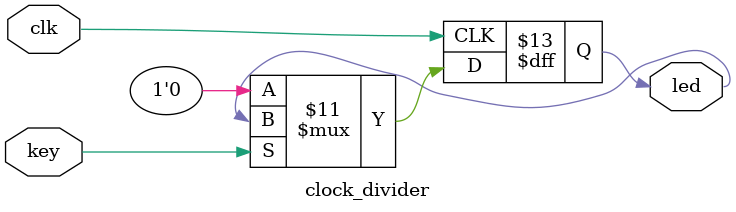
<source format=v>
`timescale 1ns / 1ps


module clock_divider(
    input key,
    input clk,
    output reg led
    );


reg [22:0] count; 

    always @(posedge clk)
        if (key) begin
            if (count == 0) begin
                led <= -led;
            end
            count <= count + 1;
        end else begin
            led <= 0;
            count <= 1;
        end
endmodule
</source>
